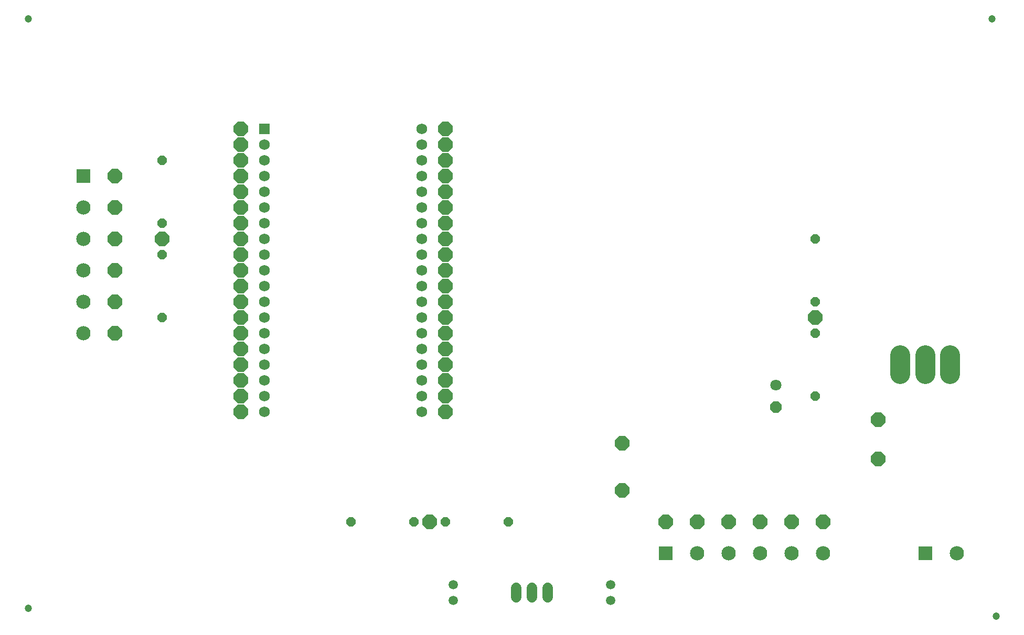
<source format=gbr>
G04 EAGLE Gerber RS-274X export*
G75*
%MOMM*%
%FSLAX34Y34*%
%LPD*%
%INSoldermask Bottom*%
%IPPOS*%
%AMOC8*
5,1,8,0,0,1.08239X$1,22.5*%
G01*
%ADD10C,1.203200*%
%ADD11C,1.511200*%
%ADD12C,1.803400*%
%ADD13P,1.951982X8X292.500000*%
%ADD14P,2.584314X8X112.500000*%
%ADD15P,2.584314X8X22.500000*%
%ADD16P,2.584314X8X292.500000*%
%ADD17P,2.584314X8X202.500000*%
%ADD18C,1.727200*%
%ADD19R,2.303200X2.303200*%
%ADD20C,2.303200*%
%ADD21P,1.649562X8X292.500000*%
%ADD22P,1.649562X8X22.500000*%
%ADD23C,3.213100*%
%ADD24R,1.733200X1.733200*%
%ADD25C,1.733200*%


D10*
X25400Y977900D03*
X25400Y25400D03*
X1587500Y12700D03*
X1581150Y977900D03*
D11*
X965200Y63500D03*
X965200Y38100D03*
X711200Y63500D03*
X711200Y38100D03*
D12*
X1231900Y386080D03*
D13*
X1231900Y350520D03*
D14*
X1054100Y165100D03*
D15*
X165100Y520700D03*
X698500Y647700D03*
X165100Y571500D03*
D16*
X1397000Y266700D03*
X1397000Y330200D03*
D17*
X241300Y622300D03*
D14*
X673100Y165100D03*
D17*
X1295400Y495300D03*
X368300Y368300D03*
X368300Y393700D03*
X368300Y469900D03*
X368300Y419100D03*
X368300Y444500D03*
X368300Y495300D03*
X368300Y520700D03*
X368300Y546100D03*
X368300Y571500D03*
X368300Y596900D03*
X368300Y622300D03*
X368300Y723900D03*
X368300Y749300D03*
X368300Y342900D03*
X368300Y774700D03*
X368300Y698500D03*
D15*
X698500Y749300D03*
X698500Y723900D03*
X698500Y698500D03*
X698500Y673100D03*
D14*
X1308100Y165100D03*
D15*
X698500Y546100D03*
D14*
X1257300Y165100D03*
D15*
X698500Y520700D03*
D17*
X698500Y495300D03*
X698500Y469900D03*
D15*
X698500Y444500D03*
X698500Y419100D03*
X698500Y393700D03*
X698500Y368300D03*
X698500Y342900D03*
D17*
X368300Y800100D03*
D15*
X165100Y622300D03*
D14*
X1155700Y165100D03*
D15*
X698500Y774700D03*
X698500Y800100D03*
X698500Y622300D03*
X698500Y596900D03*
X698500Y571500D03*
X165100Y723900D03*
D14*
X1206500Y165100D03*
X1104900Y165100D03*
D15*
X165100Y469900D03*
X165100Y673100D03*
D18*
X863600Y58420D02*
X863600Y43180D01*
X838200Y43180D02*
X838200Y58420D01*
X812800Y58420D02*
X812800Y43180D01*
D19*
X1473200Y114300D03*
D20*
X1524000Y114300D03*
D19*
X1054100Y114300D03*
D20*
X1104900Y114300D03*
X1155700Y114300D03*
X1206500Y114300D03*
X1257300Y114300D03*
X1308100Y114300D03*
D19*
X114300Y723900D03*
D20*
X114300Y673100D03*
X114300Y622300D03*
X114300Y571500D03*
X114300Y520700D03*
X114300Y469900D03*
D21*
X241300Y596900D03*
X241300Y495300D03*
X241300Y749300D03*
X241300Y647700D03*
D22*
X698500Y165100D03*
X800100Y165100D03*
X546100Y165100D03*
X647700Y165100D03*
D21*
X1295400Y469900D03*
X1295400Y368300D03*
X1295400Y622300D03*
X1295400Y520700D03*
D23*
X1513332Y434150D02*
X1513332Y404051D01*
X1473200Y404051D02*
X1473200Y434150D01*
X1433068Y434150D02*
X1433068Y404051D01*
D24*
X406400Y800000D03*
D25*
X406400Y774600D03*
X406400Y749200D03*
X406400Y723800D03*
X406400Y698400D03*
X406400Y673000D03*
X406400Y647600D03*
X406400Y622200D03*
X406400Y596800D03*
X406400Y571400D03*
X406400Y546000D03*
X406400Y520600D03*
X406400Y495200D03*
X406400Y469800D03*
X406400Y444400D03*
X406400Y419000D03*
X406400Y393600D03*
X406400Y368200D03*
X406400Y342800D03*
X660400Y342800D03*
X660400Y368200D03*
X660400Y393600D03*
X660400Y419000D03*
X660400Y444400D03*
X660400Y469800D03*
X660400Y495200D03*
X660400Y520600D03*
X660400Y546000D03*
X660400Y571400D03*
X660400Y596800D03*
X660400Y622200D03*
X660400Y647600D03*
X660400Y673000D03*
X660400Y698400D03*
X660400Y723800D03*
X660400Y749200D03*
X660400Y774600D03*
X660400Y800000D03*
D17*
X368300Y673100D03*
X368300Y647700D03*
X984250Y292100D03*
X984250Y215900D03*
M02*

</source>
